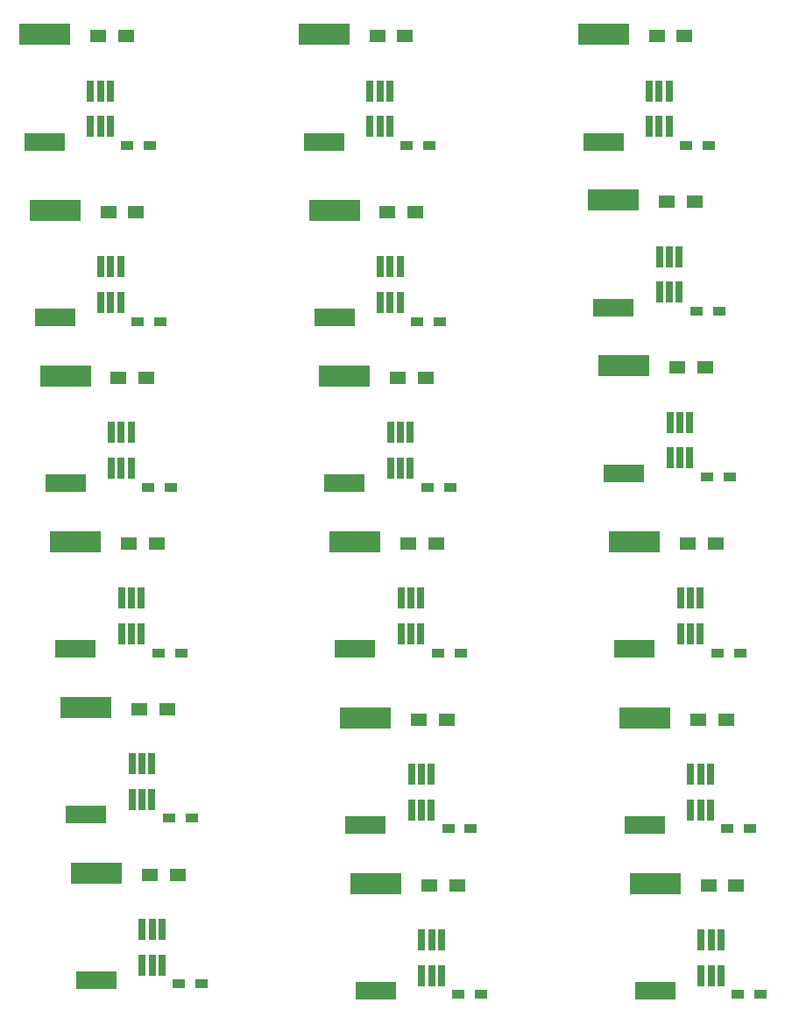
<source format=gbp>
%MOIN*%
%OFA0B0*%
%FSLAX46Y46*%
%IPPOS*%
%LPD*%
%ADD10C,0.0039370078740157488*%
%ADD11R,0.047244094488188976X0.035433070866141732*%
%ADD12R,0.059055118110236227X0.051181102362204731*%
%ADD13R,0.19685039370078741X0.07874015748031496*%
%ADD14R,0.15748031496062992X0.066929133858267723*%
%ADD15R,0.025590551181102365X0.07874015748031496*%
%ADD26C,0.0039370078740157488*%
%ADD27R,0.047244094488188976X0.035433070866141732*%
%ADD28R,0.059055118110236227X0.051181102362204731*%
%ADD29R,0.19685039370078741X0.07874015748031496*%
%ADD30R,0.15748031496062992X0.066929133858267723*%
%ADD31R,0.025590551181102365X0.07874015748031496*%
%ADD32C,0.0039370078740157488*%
%ADD33R,0.047244094488188976X0.035433070866141732*%
%ADD34R,0.059055118110236227X0.051181102362204731*%
%ADD35R,0.19685039370078741X0.07874015748031496*%
%ADD36R,0.15748031496062992X0.066929133858267723*%
%ADD37R,0.025590551181102365X0.07874015748031496*%
%ADD38C,0.0039370078740157488*%
%ADD39R,0.047244094488188976X0.035433070866141732*%
%ADD40R,0.059055118110236227X0.051181102362204731*%
%ADD41R,0.19685039370078741X0.07874015748031496*%
%ADD42R,0.15748031496062992X0.066929133858267723*%
%ADD43R,0.025590551181102365X0.07874015748031496*%
%ADD44C,0.0039370078740157488*%
%ADD45R,0.047244094488188976X0.035433070866141732*%
%ADD46R,0.059055118110236227X0.051181102362204731*%
%ADD47R,0.19685039370078741X0.07874015748031496*%
%ADD48R,0.15748031496062992X0.066929133858267723*%
%ADD49R,0.025590551181102365X0.07874015748031496*%
%ADD50C,0.0039370078740157488*%
%ADD51R,0.047244094488188976X0.035433070866141732*%
%ADD52R,0.059055118110236227X0.051181102362204731*%
%ADD53R,0.19685039370078741X0.07874015748031496*%
%ADD54R,0.15748031496062992X0.066929133858267723*%
%ADD55R,0.025590551181102365X0.07874015748031496*%
%ADD56C,0.0039370078740157488*%
%ADD57R,0.047244094488188976X0.035433070866141732*%
%ADD58R,0.059055118110236227X0.051181102362204731*%
%ADD59R,0.19685039370078741X0.07874015748031496*%
%ADD60R,0.15748031496062992X0.066929133858267723*%
%ADD61R,0.025590551181102365X0.07874015748031496*%
%ADD62C,0.0039370078740157488*%
%ADD63R,0.047244094488188976X0.035433070866141732*%
%ADD64R,0.059055118110236227X0.051181102362204731*%
%ADD65R,0.19685039370078741X0.07874015748031496*%
%ADD66R,0.15748031496062992X0.066929133858267723*%
%ADD67R,0.025590551181102365X0.07874015748031496*%
%ADD68C,0.0039370078740157488*%
%ADD69R,0.047244094488188976X0.035433070866141732*%
%ADD70R,0.059055118110236227X0.051181102362204731*%
%ADD71R,0.19685039370078741X0.07874015748031496*%
%ADD72R,0.15748031496062992X0.066929133858267723*%
%ADD73R,0.025590551181102365X0.07874015748031496*%
%ADD74C,0.0039370078740157488*%
%ADD75R,0.047244094488188976X0.035433070866141732*%
%ADD76R,0.059055118110236227X0.051181102362204731*%
%ADD77R,0.19685039370078741X0.07874015748031496*%
%ADD78R,0.15748031496062992X0.066929133858267723*%
%ADD79R,0.025590551181102365X0.07874015748031496*%
%ADD80C,0.0039370078740157488*%
%ADD81R,0.047244094488188976X0.035433070866141732*%
%ADD82R,0.059055118110236227X0.051181102362204731*%
%ADD83R,0.19685039370078741X0.07874015748031496*%
%ADD84R,0.15748031496062992X0.066929133858267723*%
%ADD85R,0.025590551181102365X0.07874015748031496*%
%ADD86C,0.0039370078740157488*%
%ADD87R,0.047244094488188976X0.035433070866141732*%
%ADD88R,0.059055118110236227X0.051181102362204731*%
%ADD89R,0.19685039370078741X0.07874015748031496*%
%ADD90R,0.15748031496062992X0.066929133858267723*%
%ADD91R,0.025590551181102365X0.07874015748031496*%
%ADD92C,0.0039370078740157488*%
%ADD93R,0.047244094488188976X0.035433070866141732*%
%ADD94R,0.059055118110236227X0.051181102362204731*%
%ADD95R,0.19685039370078741X0.07874015748031496*%
%ADD96R,0.15748031496062992X0.066929133858267723*%
%ADD97R,0.025590551181102365X0.07874015748031496*%
%ADD98C,0.0039370078740157488*%
%ADD99R,0.047244094488188976X0.035433070866141732*%
%ADD100R,0.059055118110236227X0.051181102362204731*%
%ADD101R,0.19685039370078741X0.07874015748031496*%
%ADD102R,0.15748031496062992X0.066929133858267723*%
%ADD103R,0.025590551181102365X0.07874015748031496*%
%ADD104C,0.0039370078740157488*%
%ADD105R,0.047244094488188976X0.035433070866141732*%
%ADD106R,0.059055118110236227X0.051181102362204731*%
%ADD107R,0.19685039370078741X0.07874015748031496*%
%ADD108R,0.15748031496062992X0.066929133858267723*%
%ADD109R,0.025590551181102365X0.07874015748031496*%
%ADD110C,0.0039370078740157488*%
%ADD111R,0.047244094488188976X0.035433070866141732*%
%ADD112R,0.059055118110236227X0.051181102362204731*%
%ADD113R,0.19685039370078741X0.07874015748031496*%
%ADD114R,0.15748031496062992X0.066929133858267723*%
%ADD115R,0.025590551181102365X0.07874015748031496*%
%ADD116C,0.0039370078740157488*%
%ADD117R,0.047244094488188976X0.035433070866141732*%
%ADD118R,0.059055118110236227X0.051181102362204731*%
%ADD119R,0.19685039370078741X0.07874015748031496*%
%ADD120R,0.15748031496062992X0.066929133858267723*%
%ADD121R,0.025590551181102365X0.07874015748031496*%
%ADD122C,0.0039370078740157488*%
%ADD123R,0.047244094488188976X0.035433070866141732*%
%ADD124R,0.059055118110236227X0.051181102362204731*%
%ADD125R,0.19685039370078741X0.07874015748031496*%
%ADD126R,0.15748031496062992X0.066929133858267723*%
%ADD127R,0.025590551181102365X0.07874015748031496*%
G01G01*
D10*
D11*
X0000196850Y0003070866D02*
X0000851860Y0002673069D03*
X0000938474Y0002673069D03*
D12*
X0000739655Y0003088423D03*
X0000845955Y0003088423D03*
D13*
X0000536900Y0003094329D03*
D14*
X0000536900Y0002686848D03*
D15*
X0000786900Y0002745510D03*
X0000749498Y0002745510D03*
X0000712096Y0002745510D03*
X0000712096Y0002880155D03*
X0000749498Y0002880155D03*
X0000786900Y0002880155D03*
G04 next file*
G04 #@! TF.FileFunction,Paste,Bot*
G04 Gerber Fmt 4.6, Leading zero omitted, Abs format (unit mm)*
G04 Created by KiCad (PCBNEW 4.0.4-stable) date 08/29/17 21:10:05*
G01G01*
G04 APERTURE LIST*
G04 APERTURE END LIST*
D26*
D27*
X0000157480Y0003740157D02*
X0000812490Y0003342360D03*
X0000899104Y0003342360D03*
D28*
X0000700285Y0003757714D03*
X0000806585Y0003757714D03*
D29*
X0000497529Y0003763620D03*
D30*
X0000497529Y0003356140D03*
D31*
X0000747529Y0003414801D03*
X0000710128Y0003414801D03*
X0000672726Y0003414801D03*
X0000672726Y0003549447D03*
X0000710128Y0003549447D03*
X0000747529Y0003549447D03*
G04 next file*
G04 #@! TF.FileFunction,Paste,Bot*
G04 Gerber Fmt 4.6, Leading zero omitted, Abs format (unit mm)*
G04 Created by KiCad (PCBNEW 4.0.4-stable) date 08/29/17 21:10:05*
G01G01*
G04 APERTURE LIST*
G04 APERTURE END LIST*
D32*
D33*
X0000236220Y0002440944D02*
X0000891230Y0002043148D03*
X0000977844Y0002043148D03*
D34*
X0000779025Y0002458502D03*
X0000885325Y0002458502D03*
D35*
X0000576270Y0002464407D03*
D36*
X0000576270Y0002056927D03*
D37*
X0000826270Y0002115588D03*
X0000788868Y0002115588D03*
X0000751466Y0002115588D03*
X0000751466Y0002250234D03*
X0000788868Y0002250234D03*
X0000826270Y0002250234D03*
G04 next file*
G04 #@! TF.FileFunction,Paste,Bot*
G04 Gerber Fmt 4.6, Leading zero omitted, Abs format (unit mm)*
G04 Created by KiCad (PCBNEW 4.0.4-stable) date 08/29/17 21:10:05*
G01G01*
G04 APERTURE LIST*
G04 APERTURE END LIST*
D38*
D39*
X0000275590Y0001811023D02*
X0000930600Y0001413226D03*
X0001017214Y0001413226D03*
D40*
X0000818396Y0001828581D03*
X0000924695Y0001828581D03*
D41*
X0000615640Y0001834486D03*
D42*
X0000615640Y0001427006D03*
D43*
X0000865640Y0001485667D03*
X0000828238Y0001485667D03*
X0000790837Y0001485667D03*
X0000790837Y0001620313D03*
X0000828238Y0001620313D03*
X0000865640Y0001620313D03*
G04 next file*
G04 #@! TF.FileFunction,Paste,Bot*
G04 Gerber Fmt 4.6, Leading zero omitted, Abs format (unit mm)*
G04 Created by KiCad (PCBNEW 4.0.4-stable) date 08/29/17 21:10:05*
G01G01*
G04 APERTURE LIST*
G04 APERTURE END LIST*
D44*
D45*
X0000314960Y0001181102D02*
X0000969970Y0000783305D03*
X0001056585Y0000783305D03*
D46*
X0000857766Y0001198659D03*
X0000964065Y0001198659D03*
D47*
X0000655010Y0001204565D03*
D48*
X0000655010Y0000797085D03*
D49*
X0000905010Y0000855746D03*
X0000867608Y0000855746D03*
X0000830207Y0000855746D03*
X0000830207Y0000990392D03*
X0000867608Y0000990392D03*
X0000905010Y0000990392D03*
G04 next file*
G04 #@! TF.FileFunction,Paste,Bot*
G04 Gerber Fmt 4.6, Leading zero omitted, Abs format (unit mm)*
G04 Created by KiCad (PCBNEW 4.0.4-stable) date 08/29/17 21:10:05*
G01G01*
G04 APERTURE LIST*
G04 APERTURE END LIST*
D50*
D51*
X0000354330Y0000551181D02*
X0001009340Y0000153384D03*
X0001095955Y0000153384D03*
D52*
X0000897136Y0000568738D03*
X0001003435Y0000568738D03*
D53*
X0000694380Y0000574644D03*
D54*
X0000694380Y0000167163D03*
D55*
X0000944380Y0000225825D03*
X0000906978Y0000225825D03*
X0000869577Y0000225825D03*
X0000869577Y0000360470D03*
X0000906978Y0000360470D03*
X0000944380Y0000360470D03*
G04 next file*
G04 #@! TF.FileFunction,Paste,Bot*
G04 Gerber Fmt 4.6, Leading zero omitted, Abs format (unit mm)*
G04 Created by KiCad (PCBNEW 4.0.4-stable) date 08/29/17 21:10:05*
G01G01*
G04 APERTURE LIST*
G04 APERTURE END LIST*
D56*
D57*
X0001220472Y0003740157D02*
X0001875482Y0003342360D03*
X0001962096Y0003342360D03*
D58*
X0001763277Y0003757714D03*
X0001869577Y0003757714D03*
D59*
X0001560522Y0003763620D03*
D60*
X0001560522Y0003356140D03*
D61*
X0001810522Y0003414801D03*
X0001773120Y0003414801D03*
X0001735718Y0003414801D03*
X0001735718Y0003549447D03*
X0001773120Y0003549447D03*
X0001810522Y0003549447D03*
G04 next file*
G04 #@! TF.FileFunction,Paste,Bot*
G04 Gerber Fmt 4.6, Leading zero omitted, Abs format (unit mm)*
G04 Created by KiCad (PCBNEW 4.0.4-stable) date 08/29/17 21:10:05*
G01G01*
G04 APERTURE LIST*
G04 APERTURE END LIST*
D62*
D63*
X0001338582Y0001811023D02*
X0001993592Y0001413226D03*
X0002080207Y0001413226D03*
D64*
X0001881388Y0001828581D03*
X0001987687Y0001828581D03*
D65*
X0001678632Y0001834486D03*
D66*
X0001678632Y0001427006D03*
D67*
X0001928632Y0001485667D03*
X0001891230Y0001485667D03*
X0001853829Y0001485667D03*
X0001853829Y0001620313D03*
X0001891230Y0001620313D03*
X0001928632Y0001620313D03*
G04 next file*
G04 #@! TF.FileFunction,Paste,Bot*
G04 Gerber Fmt 4.6, Leading zero omitted, Abs format (unit mm)*
G04 Created by KiCad (PCBNEW 4.0.4-stable) date 08/29/17 21:10:05*
G01G01*
G04 APERTURE LIST*
G04 APERTURE END LIST*
D68*
D69*
X0001259842Y0003070866D02*
X0001914852Y0002673069D03*
X0002001466Y0002673069D03*
D70*
X0001802648Y0003088423D03*
X0001908947Y0003088423D03*
D71*
X0001599892Y0003094329D03*
D72*
X0001599892Y0002686848D03*
D73*
X0001849892Y0002745510D03*
X0001812490Y0002745510D03*
X0001775088Y0002745510D03*
X0001775088Y0002880155D03*
X0001812490Y0002880155D03*
X0001849892Y0002880155D03*
G04 next file*
G04 #@! TF.FileFunction,Paste,Bot*
G04 Gerber Fmt 4.6, Leading zero omitted, Abs format (unit mm)*
G04 Created by KiCad (PCBNEW 4.0.4-stable) date 08/29/17 21:10:05*
G01G01*
G04 APERTURE LIST*
G04 APERTURE END LIST*
D74*
D75*
X0001299212Y0002440944D02*
X0001954222Y0002043148D03*
X0002040837Y0002043148D03*
D76*
X0001842018Y0002458502D03*
X0001948317Y0002458502D03*
D77*
X0001639262Y0002464407D03*
D78*
X0001639262Y0002056927D03*
D79*
X0001889262Y0002115588D03*
X0001851860Y0002115588D03*
X0001814459Y0002115588D03*
X0001814459Y0002250234D03*
X0001851860Y0002250234D03*
X0001889262Y0002250234D03*
G04 next file*
G04 #@! TF.FileFunction,Paste,Bot*
G04 Gerber Fmt 4.6, Leading zero omitted, Abs format (unit mm)*
G04 Created by KiCad (PCBNEW 4.0.4-stable) date 08/29/17 21:10:05*
G01G01*
G04 APERTURE LIST*
G04 APERTURE END LIST*
D80*
D81*
X0001377952Y0001141732D02*
X0002032962Y0000743935D03*
X0002119577Y0000743935D03*
D82*
X0001920758Y0001159289D03*
X0002027057Y0001159289D03*
D83*
X0001718002Y0001165195D03*
D84*
X0001718002Y0000757714D03*
D85*
X0001968002Y0000816376D03*
X0001930600Y0000816376D03*
X0001893199Y0000816376D03*
X0001893199Y0000951022D03*
X0001930600Y0000951022D03*
X0001968002Y0000951022D03*
G04 next file*
G04 #@! TF.FileFunction,Paste,Bot*
G04 Gerber Fmt 4.6, Leading zero omitted, Abs format (unit mm)*
G04 Created by KiCad (PCBNEW 4.0.4-stable) date 08/29/17 21:10:05*
G01G01*
G04 APERTURE LIST*
G04 APERTURE END LIST*
D86*
D87*
X0001417322Y0000511811D02*
X0002072333Y0000114014D03*
X0002158947Y0000114014D03*
D88*
X0001960128Y0000529368D03*
X0002066427Y0000529368D03*
D89*
X0001757372Y0000535274D03*
D90*
X0001757372Y0000127793D03*
D91*
X0002007372Y0000186455D03*
X0001969970Y0000186455D03*
X0001932569Y0000186455D03*
X0001932569Y0000321100D03*
X0001969970Y0000321100D03*
X0002007372Y0000321100D03*
G04 next file*
G04 #@! TF.FileFunction,Paste,Bot*
G04 Gerber Fmt 4.6, Leading zero omitted, Abs format (unit mm)*
G04 Created by KiCad (PCBNEW 4.0.4-stable) date 08/29/17 21:10:05*
G01G01*
G04 APERTURE LIST*
G04 APERTURE END LIST*
D92*
D93*
X0002283464Y0003740157D02*
X0002938474Y0003342360D03*
X0003025088Y0003342360D03*
D94*
X0002826270Y0003757714D03*
X0002932569Y0003757714D03*
D95*
X0002623514Y0003763620D03*
D96*
X0002623514Y0003356140D03*
D97*
X0002873514Y0003414801D03*
X0002836112Y0003414801D03*
X0002798711Y0003414801D03*
X0002798711Y0003549447D03*
X0002836112Y0003549447D03*
X0002873514Y0003549447D03*
G04 next file*
G04 #@! TF.FileFunction,Paste,Bot*
G04 Gerber Fmt 4.6, Leading zero omitted, Abs format (unit mm)*
G04 Created by KiCad (PCBNEW 4.0.4-stable) date 08/29/17 21:10:05*
G01G01*
G04 APERTURE LIST*
G04 APERTURE END LIST*
D98*
D99*
X0002322834Y0003110236D02*
X0002977844Y0002712439D03*
X0003064459Y0002712439D03*
D100*
X0002865640Y0003127793D03*
X0002971939Y0003127793D03*
D101*
X0002662884Y0003133699D03*
D102*
X0002662884Y0002726218D03*
D103*
X0002912884Y0002784880D03*
X0002875482Y0002784880D03*
X0002838081Y0002784880D03*
X0002838081Y0002919525D03*
X0002875482Y0002919525D03*
X0002912884Y0002919525D03*
G04 next file*
G04 #@! TF.FileFunction,Paste,Bot*
G04 Gerber Fmt 4.6, Leading zero omitted, Abs format (unit mm)*
G04 Created by KiCad (PCBNEW 4.0.4-stable) date 08/29/17 21:10:05*
G01G01*
G04 APERTURE LIST*
G04 APERTURE END LIST*
D104*
D105*
X0002362204Y0002480314D02*
X0003017214Y0002082518D03*
X0003103829Y0002082518D03*
D106*
X0002905010Y0002497872D03*
X0003011309Y0002497872D03*
D107*
X0002702254Y0002503777D03*
D108*
X0002702254Y0002096297D03*
D109*
X0002952254Y0002154959D03*
X0002914852Y0002154959D03*
X0002877451Y0002154959D03*
X0002877451Y0002289604D03*
X0002914852Y0002289604D03*
X0002952254Y0002289604D03*
G04 next file*
G04 #@! TF.FileFunction,Paste,Bot*
G04 Gerber Fmt 4.6, Leading zero omitted, Abs format (unit mm)*
G04 Created by KiCad (PCBNEW 4.0.4-stable) date 08/29/17 21:10:05*
G01G01*
G04 APERTURE LIST*
G04 APERTURE END LIST*
D110*
D111*
X0002401574Y0001811023D02*
X0003056585Y0001413226D03*
X0003143199Y0001413226D03*
D112*
X0002944380Y0001828581D03*
X0003050679Y0001828581D03*
D113*
X0002741624Y0001834486D03*
D114*
X0002741624Y0001427006D03*
D115*
X0002991624Y0001485667D03*
X0002954222Y0001485667D03*
X0002916821Y0001485667D03*
X0002916821Y0001620313D03*
X0002954222Y0001620313D03*
X0002991624Y0001620313D03*
G04 next file*
G04 #@! TF.FileFunction,Paste,Bot*
G04 Gerber Fmt 4.6, Leading zero omitted, Abs format (unit mm)*
G04 Created by KiCad (PCBNEW 4.0.4-stable) date 08/29/17 21:10:05*
G01G01*
G04 APERTURE LIST*
G04 APERTURE END LIST*
D116*
D117*
X0002440944Y0001141732D02*
X0003095955Y0000743935D03*
X0003182569Y0000743935D03*
D118*
X0002983750Y0001159289D03*
X0003090049Y0001159289D03*
D119*
X0002780994Y0001165195D03*
D120*
X0002780994Y0000757714D03*
D121*
X0003030994Y0000816376D03*
X0002993592Y0000816376D03*
X0002956191Y0000816376D03*
X0002956191Y0000951022D03*
X0002993592Y0000951022D03*
X0003030994Y0000951022D03*
G04 next file*
G04 #@! TF.FileFunction,Paste,Bot*
G04 Gerber Fmt 4.6, Leading zero omitted, Abs format (unit mm)*
G04 Created by KiCad (PCBNEW 4.0.4-stable) date 08/29/17 21:10:05*
G01G01*
G04 APERTURE LIST*
G04 APERTURE END LIST*
D122*
D123*
X0002480314Y0000511811D02*
X0003135325Y0000114014D03*
X0003221939Y0000114014D03*
D124*
X0003023120Y0000529368D03*
X0003129419Y0000529368D03*
D125*
X0002820364Y0000535274D03*
D126*
X0002820364Y0000127793D03*
D127*
X0003070364Y0000186455D03*
X0003032962Y0000186455D03*
X0002995561Y0000186455D03*
X0002995561Y0000321100D03*
X0003032962Y0000321100D03*
X0003070364Y0000321100D03*
M02*
</source>
